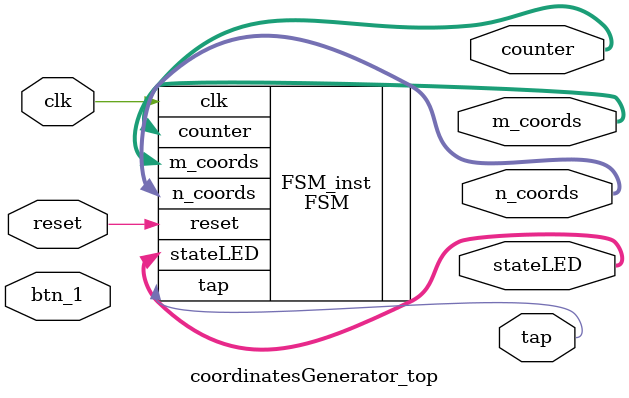
<source format=v>
`timescale 1ns / 1ps

module coordinatesGenerator_top(
    input wire clk, reset,
    input wire btn_1,
    output wire tap,// debugging
    output wire [1:0] counter, // debugging
    output wire [2:0] n_coords, 
    output wire [2:0] m_coords,
    output wire [2:0] stateLED // debugging
    );
// spot and debounce btn_1 which becomes the tap signal
//debouncer debouncer_btn_1(
//    .switchIn(btn_1),
//    .clk(clk),
//    .reset(1'b0),
//    .debounceout(btn_1_debounced)
//);

//spot spot_btn_1(
//    .clk(clk),
//    .spot_in(btn_1_debounced),
//    .spot_out(tap)
//);

// instantiate FSM which outputs the n_coords and m_coords 
FSM FSM_inst (
    .clk(clk),
    .tap(tap),
    .reset(reset),
    .n_coords(n_coords),
    .m_coords(m_coords),
    .counter(counter),
    .stateLED(stateLED)
);    

endmodule



</source>
